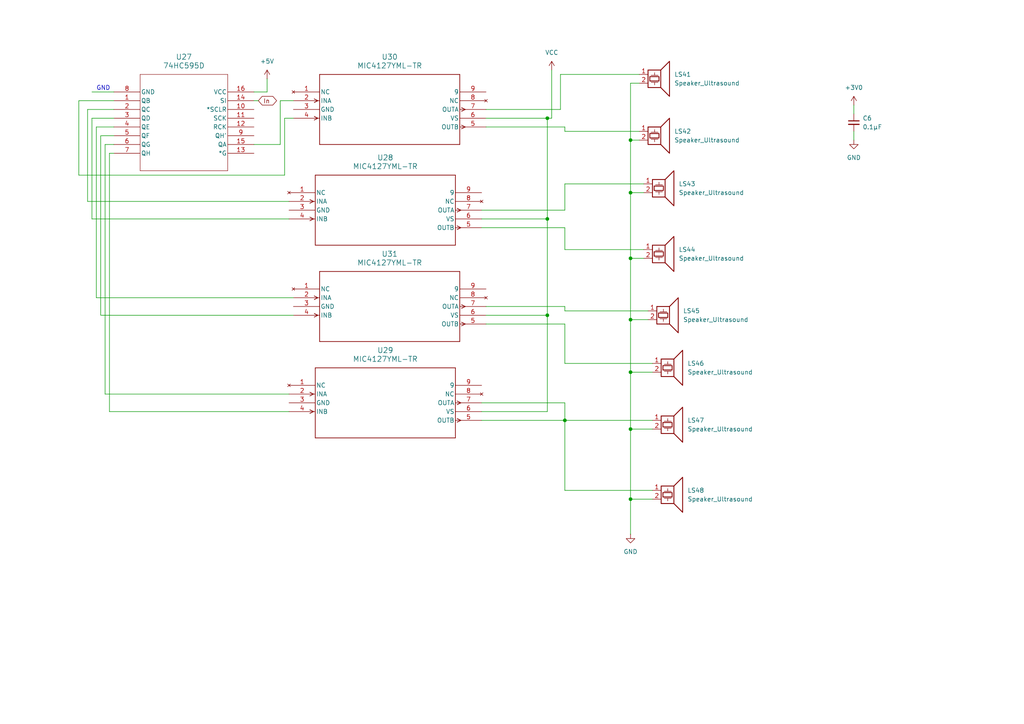
<source format=kicad_sch>
(kicad_sch (version 20250114) (generator "eeschema") (generator_version "9.0")
  (paper "A4")
  (lib_symbols
    (symbol "2025-12-28_09-02-17:MIC4127YML-TR" (pin_names (offset 0.254))
      (property "Reference" "U" (at 27.94 10.16 0))
      (property "Value" "MIC4127YML-TR" (at 27.94 7.62 0))
      (symbol "MIC4127YML-TR_0_1"
        (polyline (pts (xy 7.0993 -2.54) (xy 6.0579 -2.0193)) (stroke (width 0.2032)))
        (polyline (pts (xy 7.0993 -2.54) (xy 6.0579 -3.0607)) (stroke (width 0.2032)))
        (polyline (pts (xy 7.0993 -7.62) (xy 6.0579 -7.0993)) (stroke (width 0.2032)))
        (polyline (pts (xy 7.0993 -7.62) (xy 6.0579 -8.1407)) (stroke (width 0.2032)))
        (polyline (pts (xy 7.62 5.08) (xy 7.62 -15.24)) (stroke (width 0.2032)))
        (polyline (pts (xy 7.62 -15.24) (xy 48.26 -15.24)) (stroke (width 0.2032)))
        (polyline (pts (xy 48.26 5.08) (xy 7.62 5.08)) (stroke (width 0.2032)))
        (polyline (pts (xy 48.26 -15.24) (xy 48.26 5.08)) (stroke (width 0.2032)))
        (polyline (pts (xy 48.7807 -4.5593) (xy 49.8221 -5.08)) (stroke (width 0.2032)))
        (polyline (pts (xy 48.7807 -5.6007) (xy 49.8221 -5.08)) (stroke (width 0.2032)))
        (polyline (pts (xy 48.7807 -9.6393) (xy 49.8221 -10.16)) (stroke (width 0.2032)))
        (polyline (pts (xy 48.7807 -10.6807) (xy 49.8221 -10.16)) (stroke (width 0.2032)))
        (pin no_connect line (at 0 0 0) (length 7.62) (name "NC") (number "1"))
        (pin input line (at 0 -2.54 0) (length 7.62) (name "INA") (number "2"))
        (pin power_in line (at 0 -5.08 0) (length 7.62) (name "GND") (number "3"))
        (pin input line (at 0 -7.62 0) (length 7.62) (name "INB") (number "4"))
        (pin unspecified line (at 55.88 0 180) (length 7.62) (name "9") (number "9"))
        (pin no_connect line (at 55.88 -2.54 180) (length 7.62) (name "NC") (number "8"))
        (pin output line (at 55.88 -5.08 180) (length 7.62) (name "OUTA") (number "7"))
        (pin power_in line (at 55.88 -7.62 180) (length 7.62) (name "VS") (number "6"))
        (pin output line (at 55.88 -10.16 180) (length 7.62) (name "OUTB") (number "5"))
      )
    )
    (symbol "2025-12-28_09-22-42:74HC595D" (pin_names (offset 0.254))
      (property "Reference" "U" (at 20.32 10.16 0))
      (property "Value" "74HC595D" (at 20.32 7.62 0))
      (symbol "74HC595D_0_1"
        (polyline (pts (xy 7.62 5.08) (xy 7.62 -22.86)) (stroke (width 0.127)))
        (polyline (pts (xy 7.62 -22.86) (xy 33.02 -22.86)) (stroke (width 0.127)))
        (polyline (pts (xy 33.02 5.08) (xy 7.62 5.08)) (stroke (width 0.127)))
        (polyline (pts (xy 33.02 -22.86) (xy 33.02 5.08)) (stroke (width 0.127)))
        (pin power_out line (at 0 0 0) (length 7.62) (name "GND") (number "8"))
        (pin output line (at 0 -2.54 0) (length 7.62) (name "QB") (number "1"))
        (pin output line (at 0 -5.08 0) (length 7.62) (name "QC") (number "2"))
        (pin output line (at 0 -7.62 0) (length 7.62) (name "QD") (number "3"))
        (pin output line (at 0 -10.16 0) (length 7.62) (name "QE") (number "4"))
        (pin output line (at 0 -12.7 0) (length 7.62) (name "QF") (number "5"))
        (pin output line (at 0 -15.24 0) (length 7.62) (name "QG") (number "6"))
        (pin output line (at 0 -17.78 0) (length 7.62) (name "QH") (number "7"))
        (pin power_in line (at 40.64 0 180) (length 7.62) (name "VCC") (number "16"))
        (pin input line (at 40.64 -2.54 180) (length 7.62) (name "SI") (number "14"))
        (pin input line (at 40.64 -5.08 180) (length 7.62) (name "*SCLR") (number "10"))
        (pin input line (at 40.64 -7.62 180) (length 7.62) (name "SCK") (number "11"))
        (pin input line (at 40.64 -10.16 180) (length 7.62) (name "RCK") (number "12"))
        (pin output line (at 40.64 -12.7 180) (length 7.62) (name "QH'") (number "9"))
        (pin output line (at 40.64 -15.24 180) (length 7.62) (name "QA") (number "15"))
        (pin input line (at 40.64 -17.78 180) (length 7.62) (name "*G") (number "13"))
      )
    )
    (symbol "Device:C_Small" (pin_numbers (hide yes)) (pin_names (offset 0.254) (hide yes))
      (property "Reference" "C" (at 0.254 1.778 0))
      (property "Value" "C_Small" (at 0.254 -2.032 0))
      (symbol "C_Small_0_1"
        (polyline (pts (xy -1.524 0.508) (xy 1.524 0.508)) (stroke (width 0.3048)))
        (polyline (pts (xy -1.524 -0.508) (xy 1.524 -0.508)) (stroke (width 0.3302)))
      )
      (symbol "C_Small_1_1"
        (pin passive line (at 0 2.54 270) (length 2.032) (name "~") (number "1"))
        (pin passive line (at 0 -2.54 90) (length 2.032) (name "~") (number "2"))
      )
    )
    (symbol "Device:Speaker_Ultrasound" (pin_names (offset 0) (hide yes))
      (property "Reference" "LS" (at 0.635 5.715 0))
      (property "Value" "Speaker_Ultrasound" (at 0.635 3.81 0))
      (symbol "Speaker_Ultrasound_0_0"
        (rectangle (start -2.54 1.27) (end 1.143 -3.81) (stroke (width 0.254)))
        (rectangle (start -2.032 -0.635) (end 0.635 -1.905) (stroke (width 0.254)))
        (polyline (pts (xy -1.651 -0.254) (xy 0.381 -0.254)))
        (polyline (pts (xy -1.651 -2.286) (xy 0.381 -2.286)))
        (polyline (pts (xy -0.635 -0.254) (xy -0.635 0.508)))
        (polyline (pts (xy -0.635 -2.286) (xy -0.635 -3.048)))
        (polyline (pts (xy 1.143 1.27) (xy 3.683 3.81) (xy 3.683 -6.35) (xy 1.143 -3.81)) (stroke (width 0.254)))
      )
      (symbol "Speaker_Ultrasound_1_1"
        (pin input line (at -5.08 0 0) (length 2.54) (name "1") (number "1"))
        (pin input line (at -5.08 -2.54 0) (length 2.54) (name "2") (number "2"))
      )
    )
    (symbol "power:+3V0" (power) (pin_numbers (hide yes)) (pin_names (offset 0) (hide yes))
      (property "Value" "+3V0" (at 0 3.556 0))
      (symbol "+3V0_0_1"
        (polyline (pts (xy -0.762 1.27) (xy 0 2.54)))
        (polyline (pts (xy 0 2.54) (xy 0.762 1.27)))
        (polyline (pts (xy 0 0) (xy 0 2.54)))
      )
      (symbol "+3V0_1_1"
        (pin power_in line (at 0 0 90) (length 0) (name "~") (number "1"))
      )
    )
    (symbol "power:+5V" (power) (pin_numbers (hide yes)) (pin_names (offset 0) (hide yes))
      (property "Value" "+5V" (at 0 3.556 0))
      (symbol "+5V_0_1"
        (polyline (pts (xy -0.762 1.27) (xy 0 2.54)))
        (polyline (pts (xy 0 2.54) (xy 0.762 1.27)))
        (polyline (pts (xy 0 0) (xy 0 2.54)))
      )
      (symbol "+5V_1_1"
        (pin power_in line (at 0 0 90) (length 0) (name "~") (number "1"))
      )
    )
    (symbol "power:GND" (power) (pin_numbers (hide yes)) (pin_names (offset 0) (hide yes))
      (property "Value" "GND" (at 0 -3.81 0))
      (symbol "GND_0_1"
        (polyline (pts (xy 0 0) (xy 0 -1.27) (xy 1.27 -1.27) (xy 0 -2.54) (xy -1.27 -1.27) (xy 0 -1.27)))
      )
      (symbol "GND_1_1"
        (pin power_in line (at 0 0 270) (length 0) (name "~") (number "1"))
      )
    )
    (symbol "power:VCC" (power) (pin_numbers (hide yes)) (pin_names (offset 0) (hide yes))
      (property "Value" "VCC" (at 0 3.556 0))
      (symbol "VCC_0_1"
        (polyline (pts (xy -0.762 1.27) (xy 0 2.54)))
        (polyline (pts (xy 0 2.54) (xy 0.762 1.27)))
        (polyline (pts (xy 0 0) (xy 0 2.54)))
      )
      (symbol "VCC_1_1"
        (pin power_in line (at 0 0 90) (length 0) (name "~") (number "1"))
      )
    )
  )
  (text "GND" (at 29.972 25.654 0) (effects (font (size 1.27 1.27))))
  (junction (at 182.88 107.95))
  (junction (at 182.88 144.78))
  (junction (at 158.75 63.5))
  (junction (at 182.88 74.93))
  (junction (at 158.75 91.44))
  (junction (at 182.88 40.64))
  (junction (at 158.75 34.29))
  (junction (at 163.83 121.92))
  (junction (at 182.88 124.46))
  (junction (at 182.88 92.71))
  (junction (at 182.88 55.88))
  (wire (pts (xy 182.88 107.95) (xy 182.88 124.46)))
  (wire (pts (xy 163.83 121.92) (xy 163.83 142.24)))
  (wire (pts (xy 182.88 144.78) (xy 182.88 154.94)))
  (wire (pts (xy 163.83 88.9) (xy 163.83 90.17)))
  (wire (pts (xy 162.56 31.75) (xy 162.56 21.59)))
  (wire (pts (xy 73.66 29.21) (xy 74.93 29.21)))
  (wire (pts (xy 81.28 29.21) (xy 85.09 29.21)))
  (wire (pts (xy 182.88 24.13) (xy 182.88 40.64)))
  (wire (pts (xy 139.7 66.04) (xy 163.83 66.04)))
  (wire (pts (xy 139.7 60.96) (xy 163.83 60.96)))
  (wire (pts (xy 158.75 34.29) (xy 160.02 34.29)))
  (wire (pts (xy 163.83 66.04) (xy 163.83 72.39)))
  (wire (pts (xy 163.83 90.17) (xy 187.96 90.17)))
  (wire (pts (xy 182.88 55.88) (xy 186.69 55.88)))
  (wire (pts (xy 139.7 63.5) (xy 158.75 63.5)))
  (wire (pts (xy 140.97 36.83) (xy 163.83 36.83)))
  (wire (pts (xy 25.4 58.42) (xy 83.82 58.42)))
  (wire (pts (xy 81.28 41.91) (xy 81.28 29.21)))
  (wire (pts (xy 185.42 24.13) (xy 182.88 24.13)))
  (wire (pts (xy 140.97 31.75) (xy 162.56 31.75)))
  (wire (pts (xy 158.75 63.5) (xy 158.75 91.44)))
  (wire (pts (xy 182.88 40.64) (xy 185.42 40.64)))
  (wire (pts (xy 182.88 92.71) (xy 182.88 107.95)))
  (wire (pts (xy 140.97 93.98) (xy 163.83 93.98)))
  (wire (pts (xy 33.02 29.21) (xy 22.86 29.21)))
  (wire (pts (xy 140.97 91.44) (xy 158.75 91.44)))
  (wire (pts (xy 22.86 50.8) (xy 82.55 50.8)))
  (wire (pts (xy 158.75 91.44) (xy 158.75 119.38)))
  (wire (pts (xy 73.66 26.67) (xy 77.47 26.67)))
  (wire (pts (xy 22.86 29.21) (xy 22.86 50.8)))
  (wire (pts (xy 139.7 119.38) (xy 158.75 119.38)))
  (wire (pts (xy 139.7 121.92) (xy 163.83 121.92)))
  (wire (pts (xy 25.4 31.75) (xy 25.4 58.42)))
  (wire (pts (xy 163.83 142.24) (xy 189.23 142.24)))
  (wire (pts (xy 27.94 36.83) (xy 27.94 86.36)))
  (wire (pts (xy 158.75 34.29) (xy 158.75 63.5)))
  (wire (pts (xy 140.97 34.29) (xy 158.75 34.29)))
  (wire (pts (xy 30.48 114.3) (xy 83.82 114.3)))
  (wire (pts (xy 33.02 41.91) (xy 30.48 41.91)))
  (wire (pts (xy 82.55 34.29) (xy 85.09 34.29)))
  (wire (pts (xy 139.7 116.84) (xy 163.83 116.84)))
  (wire (pts (xy 163.83 72.39) (xy 186.69 72.39)))
  (wire (pts (xy 31.75 44.45) (xy 31.75 119.38)))
  (wire (pts (xy 163.83 53.34) (xy 186.69 53.34)))
  (wire (pts (xy 33.02 44.45) (xy 31.75 44.45)))
  (wire (pts (xy 160.02 20.32) (xy 160.02 34.29)))
  (wire (pts (xy 73.66 41.91) (xy 81.28 41.91)))
  (wire (pts (xy 247.65 38.1) (xy 247.65 40.64)))
  (wire (pts (xy 33.02 36.83) (xy 27.94 36.83)))
  (wire (pts (xy 163.83 36.83) (xy 163.83 38.1)))
  (wire (pts (xy 163.83 121.92) (xy 189.23 121.92)))
  (wire (pts (xy 26.67 63.5) (xy 83.82 63.5)))
  (wire (pts (xy 182.88 124.46) (xy 182.88 144.78)))
  (wire (pts (xy 27.94 86.36) (xy 85.09 86.36)))
  (wire (pts (xy 162.56 21.59) (xy 185.42 21.59)))
  (wire (pts (xy 77.47 22.86) (xy 77.47 26.67)))
  (wire (pts (xy 163.83 105.41) (xy 189.23 105.41)))
  (wire (pts (xy 140.97 88.9) (xy 163.83 88.9)))
  (wire (pts (xy 182.88 74.93) (xy 186.69 74.93)))
  (wire (pts (xy 31.75 119.38) (xy 83.82 119.38)))
  (wire (pts (xy 189.23 144.78) (xy 182.88 144.78)))
  (wire (pts (xy 163.83 38.1) (xy 185.42 38.1)))
  (wire (pts (xy 247.65 30.48) (xy 247.65 33.02)))
  (wire (pts (xy 29.21 91.44) (xy 85.09 91.44)))
  (wire (pts (xy 29.21 39.37) (xy 29.21 91.44)))
  (wire (pts (xy 163.83 93.98) (xy 163.83 105.41)))
  (wire (pts (xy 182.88 74.93) (xy 182.88 92.71)))
  (wire (pts (xy 26.67 26.67) (xy 33.02 26.67)))
  (wire (pts (xy 163.83 60.96) (xy 163.83 53.34)))
  (wire (pts (xy 182.88 107.95) (xy 189.23 107.95)))
  (wire (pts (xy 33.02 39.37) (xy 29.21 39.37)))
  (wire (pts (xy 182.88 124.46) (xy 189.23 124.46)))
  (wire (pts (xy 33.02 34.29) (xy 26.67 34.29)))
  (wire (pts (xy 26.67 34.29) (xy 26.67 63.5)))
  (wire (pts (xy 30.48 41.91) (xy 30.48 114.3)))
  (wire (pts (xy 182.88 40.64) (xy 182.88 55.88)))
  (wire (pts (xy 33.02 31.75) (xy 25.4 31.75)))
  (wire (pts (xy 163.83 116.84) (xy 163.83 121.92)))
  (wire (pts (xy 182.88 55.88) (xy 182.88 74.93)))
  (wire (pts (xy 182.88 92.71) (xy 187.96 92.71)))
  (wire (pts (xy 82.55 50.8) (xy 82.55 34.29)))
  (global_label "In" (shape bidirectional) (at 74.93 29.21 0) (property "Intersheetrefs" "${INTERSHEET_REFS}" (effects (hide yes))))
  (symbol (lib_id "Device:Speaker_Ultrasound") (at 194.31 105.41 0) (unit 1)
    (property "Reference" "LS46" (at 199.39 105.4099 0) (effects (justify left)))
    (property "Value" "Speaker_Ultrasound" (at 199.39 107.9499 0) (effects (justify left)))
    (property "Description" "Ultrasonic transducer" (effects (hide yes)))
  )
  (symbol (lib_id "Device:Speaker_Ultrasound") (at 194.31 121.92 0) (unit 1)
    (property "Reference" "LS47" (at 199.39 121.9199 0) (effects (justify left)))
    (property "Value" "Speaker_Ultrasound" (at 199.39 124.4599 0) (effects (justify left)))
    (property "Description" "Ultrasonic transducer" (effects (hide yes)))
  )
  (symbol (lib_id "2025-12-28_09-02-17:MIC4127YML-TR") (at 83.82 55.88 0) (unit 1)
    (property "Reference" "U28" (at 111.76 45.72 0) (effects (font (size 1.524 1.524))))
    (property "Value" "MIC4127YML-TR" (at 111.76 48.26 0) (effects (font (size 1.524 1.524))))
    (property "Footprint" "MLF-8_ML_MCH" (effects (hide yes)))
    (property "Datasheet" "MIC4127YML-TR" (effects (hide yes)))
  )
  (symbol (lib_id "power:VCC") (at 160.02 20.32 0) (unit 1)
    (property "Reference" "#PWR027" (effects (hide yes)))
    (property "Value" "VCC" (at 160.02 15.24 0))
    (property "Description" "Power symbol creates a global label with name \"VCC\"" (effects (hide yes)))
  )
  (symbol (lib_id "power:+3V0") (at 247.65 30.48 0) (unit 1)
    (property "Reference" "#PWR029" (effects (hide yes)))
    (property "Value" "+3V0" (at 247.65 25.4 0))
    (property "Description" "Power symbol creates a global label with name \"+3V0\"" (effects (hide yes)))
  )
  (symbol (lib_id "Device:Speaker_Ultrasound") (at 191.77 53.34 0) (unit 1)
    (property "Reference" "LS43" (at 196.85 53.3399 0) (effects (justify left)))
    (property "Value" "Speaker_Ultrasound" (at 196.85 55.8799 0) (effects (justify left)))
    (property "Description" "Ultrasonic transducer" (effects (hide yes)))
  )
  (symbol (lib_id "power:GND") (at 247.65 40.64 0) (unit 1)
    (property "Reference" "#PWR030" (effects (hide yes)))
    (property "Value" "GND" (at 247.65 45.72 0))
    (property "Description" "Power symbol creates a global label with name \"GND\" , ground" (effects (hide yes)))
  )
  (symbol (lib_id "2025-12-28_09-02-17:MIC4127YML-TR") (at 85.09 26.67 0) (unit 1)
    (property "Reference" "U30" (at 113.03 16.51 0) (effects (font (size 1.524 1.524))))
    (property "Value" "MIC4127YML-TR" (at 113.03 19.05 0) (effects (font (size 1.524 1.524))))
    (property "Footprint" "MLF-8_ML_MCH" (effects (hide yes)))
    (property "Datasheet" "MIC4127YML-TR" (effects (hide yes)))
  )
  (symbol (lib_id "Device:Speaker_Ultrasound") (at 194.31 142.24 0) (unit 1)
    (property "Reference" "LS48" (at 199.39 142.2399 0) (effects (justify left)))
    (property "Value" "Speaker_Ultrasound" (at 199.39 144.7799 0) (effects (justify left)))
    (property "Description" "Ultrasonic transducer" (effects (hide yes)))
  )
  (symbol (lib_id "Device:Speaker_Ultrasound") (at 190.5 38.1 0) (unit 1)
    (property "Reference" "LS42" (at 195.58 38.0999 0) (effects (justify left)))
    (property "Value" "Speaker_Ultrasound" (at 195.58 40.6399 0) (effects (justify left)))
    (property "Description" "Ultrasonic transducer" (effects (hide yes)))
  )
  (symbol (lib_id "2025-12-28_09-22-42:74HC595D") (at 33.02 26.67 0) (unit 1)
    (property "Reference" "U27" (at 53.34 16.51 0) (effects (font (size 1.524 1.524))))
    (property "Value" "74HC595D" (at 53.34 19.05 0) (effects (font (size 1.524 1.524))))
    (property "Footprint" "SOIC16_TOS" (effects (hide yes)))
    (property "Datasheet" "https://toshiba.semicon-storage.com/info/docget.jsp?did=36768&prodName=74HC595D" (effects (hide yes)))
  )
  (symbol (lib_id "Device:Speaker_Ultrasound") (at 193.04 90.17 0) (unit 1)
    (property "Reference" "LS45" (at 198.12 90.1699 0) (effects (justify left)))
    (property "Value" "Speaker_Ultrasound" (at 198.12 92.7099 0) (effects (justify left)))
    (property "Description" "Ultrasonic transducer" (effects (hide yes)))
  )
  (symbol (lib_id "power:+5V") (at 77.47 22.86 0) (unit 1)
    (property "Reference" "#PWR026" (effects (hide yes)))
    (property "Value" "+5V" (at 77.47 17.78 0))
    (property "Description" "Power symbol creates a global label with name \"+5V\"" (effects (hide yes)))
  )
  (symbol (lib_id "Device:Speaker_Ultrasound") (at 191.77 72.39 0) (unit 1)
    (property "Reference" "LS44" (at 196.85 72.3899 0) (effects (justify left)))
    (property "Value" "Speaker_Ultrasound" (at 196.85 74.9299 0) (effects (justify left)))
    (property "Description" "Ultrasonic transducer" (effects (hide yes)))
  )
  (symbol (lib_id "Device:Speaker_Ultrasound") (at 190.5 21.59 0) (unit 1)
    (property "Reference" "LS41" (at 195.58 21.5899 0) (effects (justify left)))
    (property "Value" "Speaker_Ultrasound" (at 195.58 24.1299 0) (effects (justify left)))
    (property "Description" "Ultrasonic transducer" (effects (hide yes)))
  )
  (symbol (lib_id "Device:C_Small") (at 247.65 35.56 0) (unit 1)
    (property "Reference" "C6" (at 250.19 34.2962 0) (effects (justify left)))
    (property "Value" "0.1μF" (at 250.19 36.8362 0) (effects (justify left)))
    (property "Description" "Unpolarized capacitor, small symbol" (effects (hide yes)))
  )
  (symbol (lib_id "2025-12-28_09-02-17:MIC4127YML-TR") (at 83.82 111.76 0) (unit 1)
    (property "Reference" "U29" (at 111.76 101.6 0) (effects (font (size 1.524 1.524))))
    (property "Value" "MIC4127YML-TR" (at 111.76 104.14 0) (effects (font (size 1.524 1.524))))
    (property "Footprint" "MLF-8_ML_MCH" (effects (hide yes)))
    (property "Datasheet" "MIC4127YML-TR" (effects (hide yes)))
  )
  (symbol (lib_id "power:GND") (at 182.88 154.94 0) (unit 1)
    (property "Reference" "#PWR028" (effects (hide yes)))
    (property "Value" "GND" (at 182.88 160.02 0))
    (property "Description" "Power symbol creates a global label with name \"GND\" , ground" (effects (hide yes)))
  )
  (symbol (lib_id "2025-12-28_09-02-17:MIC4127YML-TR") (at 85.09 83.82 0) (unit 1)
    (property "Reference" "U31" (at 113.03 73.66 0) (effects (font (size 1.524 1.524))))
    (property "Value" "MIC4127YML-TR" (at 113.03 76.2 0) (effects (font (size 1.524 1.524))))
    (property "Footprint" "MLF-8_ML_MCH" (effects (hide yes)))
    (property "Datasheet" "MIC4127YML-TR" (effects (hide yes)))
  )
)
</source>
